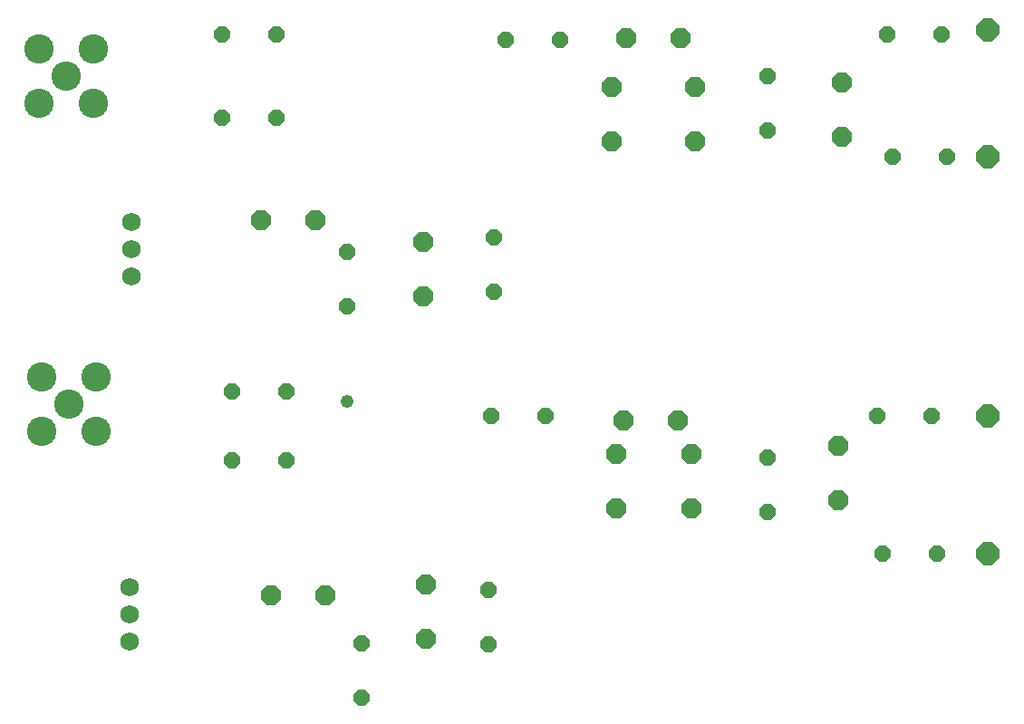
<source format=gbs>
G75*
%MOIN*%
%OFA0B0*%
%FSLAX25Y25*%
%IPPOS*%
%LPD*%
%AMOC8*
5,1,8,0,0,1.08239X$1,22.5*
%
%ADD10C,0.10800*%
%ADD11OC8,0.07400*%
%ADD12C,0.06800*%
%ADD13OC8,0.08400*%
%ADD14OC8,0.06000*%
%ADD15C,0.04800*%
D10*
X0035704Y0120400D03*
X0045704Y0130400D03*
X0055704Y0120400D03*
X0055704Y0140400D03*
X0035704Y0140400D03*
X0034904Y0241000D03*
X0044904Y0251000D03*
X0054904Y0241000D03*
X0054904Y0261000D03*
X0034904Y0261000D03*
D11*
X0116504Y0198000D03*
X0136504Y0198000D03*
X0176279Y0190275D03*
X0176279Y0170275D03*
X0249804Y0124500D03*
X0247054Y0112250D03*
X0269804Y0124500D03*
X0274804Y0112250D03*
X0274804Y0092250D03*
X0247054Y0092250D03*
X0177054Y0064000D03*
X0177054Y0044000D03*
X0140304Y0060000D03*
X0120304Y0060000D03*
X0328879Y0095125D03*
X0328879Y0115125D03*
X0330304Y0228800D03*
X0330304Y0248800D03*
X0276079Y0247125D03*
X0270804Y0265000D03*
X0250804Y0265000D03*
X0245529Y0247125D03*
X0245529Y0227125D03*
X0276079Y0227125D03*
D12*
X0068304Y0043000D03*
X0068304Y0053000D03*
X0068304Y0063000D03*
X0068704Y0177600D03*
X0068704Y0187600D03*
X0068704Y0197600D03*
D13*
X0383904Y0221400D03*
X0383904Y0268200D03*
X0383904Y0126000D03*
X0383904Y0075600D03*
D14*
X0365104Y0075600D03*
X0345104Y0075600D03*
X0302904Y0090800D03*
X0302904Y0110800D03*
X0343304Y0126000D03*
X0363304Y0126000D03*
X0368704Y0221400D03*
X0348704Y0221400D03*
X0302904Y0231200D03*
X0302904Y0251200D03*
X0346904Y0266400D03*
X0366904Y0266400D03*
X0226504Y0264600D03*
X0206504Y0264600D03*
X0122104Y0266400D03*
X0102104Y0266400D03*
X0102104Y0235800D03*
X0122104Y0235800D03*
X0148104Y0186400D03*
X0148104Y0166400D03*
X0125704Y0135000D03*
X0105704Y0135000D03*
X0105704Y0109800D03*
X0125704Y0109800D03*
X0201104Y0126000D03*
X0221104Y0126000D03*
X0202104Y0171800D03*
X0202104Y0191800D03*
X0200304Y0062200D03*
X0200304Y0042200D03*
X0153504Y0042400D03*
X0153504Y0022400D03*
D15*
X0148104Y0131400D03*
M02*

</source>
